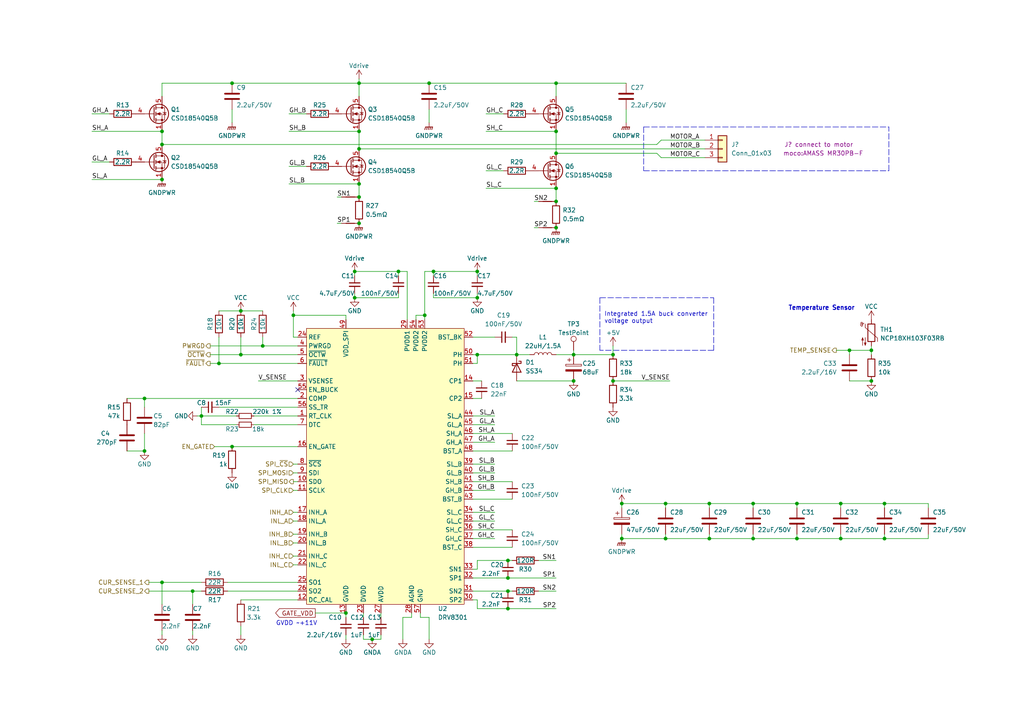
<source format=kicad_sch>
(kicad_sch (version 20211123) (generator eeschema)
  (paper "A4")
  (title_block (title "MoCo") (rev "1.0"))
  (junction (at 218.44 156.21))
  (junction (at 161.29 38.1))
  (junction (at 58.42 120.65))
  (junction (at 138.43 102.87))
  (junction (at 100.33 177.8))
  (junction (at 149.86 102.87))
  (junction (at 231.14 156.21))
  (junction (at 252.73 110.49))
  (junction (at 115.57 78.74))
  (junction (at 177.8 110.49))
  (junction (at 55.88 171.45))
  (junction (at 102.87 86.36))
  (junction (at 46.99 41.91))
  (junction (at 104.14 57.15))
  (junction (at 67.31 24.13))
  (junction (at 46.99 38.1))
  (junction (at 41.91 115.57))
  (junction (at 161.29 58.42))
  (junction (at 123.19 91.44))
  (junction (at 76.2 100.33))
  (junction (at 104.14 64.77))
  (junction (at 104.14 43.18))
  (junction (at 147.32 167.64))
  (junction (at 256.54 156.21))
  (junction (at 124.46 24.13))
  (junction (at 166.37 102.87))
  (junction (at 193.04 156.21))
  (junction (at 125.73 78.74))
  (junction (at 138.43 78.74))
  (junction (at 161.29 24.13))
  (junction (at 161.29 44.45))
  (junction (at 41.91 130.81))
  (junction (at 177.8 102.87))
  (junction (at 147.32 171.45))
  (junction (at 46.99 168.91))
  (junction (at 85.09 91.44))
  (junction (at 166.37 110.49))
  (junction (at 161.29 66.04))
  (junction (at 102.87 78.74))
  (junction (at 161.29 54.61))
  (junction (at 104.14 38.1))
  (junction (at 243.84 146.05))
  (junction (at 138.43 86.36))
  (junction (at 69.85 102.87))
  (junction (at 231.14 146.05))
  (junction (at 218.44 146.05))
  (junction (at 69.85 90.17))
  (junction (at 147.32 176.53))
  (junction (at 67.31 129.54))
  (junction (at 107.95 185.42))
  (junction (at 104.14 53.34))
  (junction (at 243.84 156.21))
  (junction (at 63.5 105.41))
  (junction (at 205.74 146.05))
  (junction (at 180.34 146.05))
  (junction (at 104.14 24.13))
  (junction (at 252.73 101.6))
  (junction (at 46.99 52.07))
  (junction (at 193.04 146.05))
  (junction (at 205.74 156.21))
  (junction (at 246.38 101.6))
  (junction (at 180.34 156.21))
  (junction (at 147.32 162.56))
  (junction (at 256.54 146.05))
  (no_connect (at 86.36 113.03))
  (wire (pts (xy 85.09 161.29) (xy 86.36 161.29)))
  (wire (pts (xy 46.99 38.1) (xy 46.99 41.91)))
  (wire (pts (xy 105.41 185.42) (xy 107.95 185.42)))
  (wire (pts (xy 149.86 97.79) (xy 149.86 102.87)))
  (wire (pts (xy 69.85 173.99) (xy 86.36 173.99)))
  (wire (pts (xy 63.5 97.79) (xy 63.5 105.41)))
  (wire (pts (xy 58.42 118.11) (xy 58.42 120.65)))
  (wire (pts (xy 246.38 101.6) (xy 246.38 102.87)))
  (wire (pts (xy 85.09 91.44) (xy 100.33 91.44)))
  (wire (pts (xy 116.84 179.07) (xy 116.84 185.42)))
  (wire (pts (xy 243.84 146.05) (xy 243.84 147.32)))
  (wire (pts (xy 124.46 179.07) (xy 124.46 185.42)))
  (wire (pts (xy 124.46 24.13) (xy 161.29 24.13)))
  (wire (pts (xy 137.16 105.41) (xy 138.43 105.41)))
  (wire (pts (xy 73.66 120.65) (xy 86.36 120.65)))
  (wire (pts (xy 43.18 171.45) (xy 55.88 171.45)))
  (wire (pts (xy 231.14 154.94) (xy 231.14 156.21)))
  (wire (pts (xy 138.43 165.1) (xy 138.43 162.56)))
  (wire (pts (xy 137.16 167.64) (xy 147.32 167.64)))
  (wire (pts (xy 102.87 80.01) (xy 102.87 78.74)))
  (wire (pts (xy 123.19 91.44) (xy 123.19 92.71)))
  (wire (pts (xy 85.09 148.59) (xy 86.36 148.59)))
  (wire (pts (xy 85.09 139.7) (xy 86.36 139.7)))
  (wire (pts (xy 55.88 184.15) (xy 55.88 182.88)))
  (wire (pts (xy 256.54 146.05) (xy 256.54 147.32)))
  (polyline (pts (xy 207.01 101.6) (xy 173.99 101.6)))
  (wire (pts (xy 143.51 137.16) (xy 137.16 137.16)))
  (wire (pts (xy 269.24 156.21) (xy 269.24 154.94)))
  (wire (pts (xy 218.44 156.21) (xy 218.44 154.94)))
  (wire (pts (xy 85.09 91.44) (xy 85.09 97.79)))
  (wire (pts (xy 76.2 97.79) (xy 76.2 100.33)))
  (wire (pts (xy 137.16 173.99) (xy 138.43 173.99)))
  (wire (pts (xy 231.14 156.21) (xy 218.44 156.21)))
  (wire (pts (xy 115.57 86.36) (xy 115.57 85.09)))
  (wire (pts (xy 85.09 163.83) (xy 86.36 163.83)))
  (wire (pts (xy 118.11 78.74) (xy 115.57 78.74)))
  (wire (pts (xy 46.99 41.91) (xy 190.5 41.91)))
  (wire (pts (xy 147.32 162.56) (xy 148.59 162.56)))
  (wire (pts (xy 256.54 146.05) (xy 269.24 146.05)))
  (wire (pts (xy 252.73 101.6) (xy 252.73 100.33)))
  (wire (pts (xy 41.91 130.81) (xy 41.91 125.73)))
  (wire (pts (xy 83.82 33.02) (xy 88.9 33.02)))
  (wire (pts (xy 115.57 86.36) (xy 102.87 86.36)))
  (wire (pts (xy 104.14 38.1) (xy 104.14 43.18)))
  (wire (pts (xy 143.51 123.19) (xy 137.16 123.19)))
  (wire (pts (xy 231.14 146.05) (xy 243.84 146.05)))
  (wire (pts (xy 125.73 86.36) (xy 138.43 86.36)))
  (wire (pts (xy 149.86 102.87) (xy 153.67 102.87)))
  (wire (pts (xy 41.91 115.57) (xy 86.36 115.57)))
  (wire (pts (xy 120.65 91.44) (xy 123.19 91.44)))
  (wire (pts (xy 140.97 38.1) (xy 161.29 38.1)))
  (polyline (pts (xy 257.81 49.53) (xy 257.81 36.83)))
  (wire (pts (xy 246.38 101.6) (xy 252.73 101.6)))
  (polyline (pts (xy 173.99 86.36) (xy 173.99 101.6)))
  (wire (pts (xy 193.04 156.21) (xy 205.74 156.21)))
  (wire (pts (xy 104.14 24.13) (xy 124.46 24.13)))
  (wire (pts (xy 123.19 78.74) (xy 125.73 78.74)))
  (wire (pts (xy 121.92 179.07) (xy 124.46 179.07)))
  (wire (pts (xy 125.73 86.36) (xy 125.73 85.09)))
  (wire (pts (xy 69.85 90.17) (xy 76.2 90.17)))
  (wire (pts (xy 177.8 100.33) (xy 177.8 102.87)))
  (wire (pts (xy 205.74 156.21) (xy 218.44 156.21)))
  (wire (pts (xy 137.16 102.87) (xy 138.43 102.87)))
  (wire (pts (xy 161.29 24.13) (xy 181.61 24.13)))
  (wire (pts (xy 66.04 168.91) (xy 86.36 168.91)))
  (wire (pts (xy 181.61 35.56) (xy 181.61 31.75)))
  (wire (pts (xy 137.16 97.79) (xy 143.51 97.79)))
  (wire (pts (xy 63.5 105.41) (xy 86.36 105.41)))
  (wire (pts (xy 190.5 44.45) (xy 191.77 45.72)))
  (wire (pts (xy 104.14 53.34) (xy 104.14 57.15)))
  (wire (pts (xy 205.74 146.05) (xy 205.74 147.32)))
  (wire (pts (xy 105.41 185.42) (xy 105.41 184.15)))
  (wire (pts (xy 243.84 156.21) (xy 231.14 156.21)))
  (wire (pts (xy 161.29 102.87) (xy 166.37 102.87)))
  (wire (pts (xy 100.33 185.42) (xy 100.33 184.15)))
  (wire (pts (xy 138.43 176.53) (xy 147.32 176.53)))
  (wire (pts (xy 180.34 146.05) (xy 193.04 146.05)))
  (wire (pts (xy 85.09 90.17) (xy 85.09 91.44)))
  (wire (pts (xy 97.79 57.15) (xy 99.06 57.15)))
  (wire (pts (xy 67.31 129.54) (xy 86.36 129.54)))
  (wire (pts (xy 102.87 85.09) (xy 102.87 86.36)))
  (wire (pts (xy 26.67 46.99) (xy 31.75 46.99)))
  (wire (pts (xy 67.31 35.56) (xy 67.31 31.75)))
  (wire (pts (xy 191.77 45.72) (xy 204.47 45.72)))
  (wire (pts (xy 97.79 64.77) (xy 99.06 64.77)))
  (wire (pts (xy 137.16 153.67) (xy 148.59 153.67)))
  (wire (pts (xy 161.29 44.45) (xy 190.5 44.45)))
  (wire (pts (xy 46.99 168.91) (xy 58.42 168.91)))
  (wire (pts (xy 105.41 179.07) (xy 105.41 177.8)))
  (wire (pts (xy 140.97 54.61) (xy 161.29 54.61)))
  (wire (pts (xy 161.29 176.53) (xy 147.32 176.53)))
  (wire (pts (xy 243.84 154.94) (xy 243.84 156.21)))
  (wire (pts (xy 62.23 129.54) (xy 67.31 129.54)))
  (wire (pts (xy 121.92 177.8) (xy 121.92 179.07)))
  (wire (pts (xy 100.33 91.44) (xy 100.33 92.71)))
  (wire (pts (xy 43.18 168.91) (xy 46.99 168.91)))
  (wire (pts (xy 243.84 156.21) (xy 256.54 156.21)))
  (wire (pts (xy 58.42 120.65) (xy 58.42 123.19)))
  (wire (pts (xy 156.21 162.56) (xy 161.29 162.56)))
  (wire (pts (xy 66.04 171.45) (xy 86.36 171.45)))
  (wire (pts (xy 148.59 144.78) (xy 137.16 144.78)))
  (polyline (pts (xy 186.69 36.83) (xy 186.69 49.53)))
  (wire (pts (xy 166.37 102.87) (xy 177.8 102.87)))
  (wire (pts (xy 104.14 43.18) (xy 204.47 43.18)))
  (wire (pts (xy 161.29 38.1) (xy 161.29 44.45)))
  (wire (pts (xy 60.96 102.87) (xy 69.85 102.87)))
  (wire (pts (xy 193.04 154.94) (xy 193.04 156.21)))
  (wire (pts (xy 161.29 24.13) (xy 161.29 27.94)))
  (wire (pts (xy 125.73 78.74) (xy 138.43 78.74)))
  (wire (pts (xy 69.85 102.87) (xy 86.36 102.87)))
  (wire (pts (xy 180.34 156.21) (xy 193.04 156.21)))
  (wire (pts (xy 143.51 156.21) (xy 137.16 156.21)))
  (wire (pts (xy 85.09 134.62) (xy 86.36 134.62)))
  (wire (pts (xy 76.2 100.33) (xy 86.36 100.33)))
  (wire (pts (xy 73.66 123.19) (xy 86.36 123.19)))
  (wire (pts (xy 256.54 154.94) (xy 256.54 156.21)))
  (wire (pts (xy 143.51 128.27) (xy 137.16 128.27)))
  (wire (pts (xy 138.43 162.56) (xy 147.32 162.56)))
  (wire (pts (xy 60.96 105.41) (xy 63.5 105.41)))
  (wire (pts (xy 104.14 24.13) (xy 104.14 27.94)))
  (wire (pts (xy 231.14 146.05) (xy 231.14 147.32)))
  (wire (pts (xy 143.51 134.62) (xy 137.16 134.62)))
  (wire (pts (xy 83.82 48.26) (xy 88.9 48.26)))
  (wire (pts (xy 190.5 41.91) (xy 191.77 40.64)))
  (wire (pts (xy 180.34 154.94) (xy 180.34 156.21)))
  (wire (pts (xy 107.95 185.42) (xy 110.49 185.42)))
  (wire (pts (xy 85.09 137.16) (xy 86.36 137.16)))
  (wire (pts (xy 69.85 97.79) (xy 69.85 102.87)))
  (polyline (pts (xy 186.69 36.83) (xy 257.81 36.83)))
  (wire (pts (xy 137.16 171.45) (xy 147.32 171.45)))
  (wire (pts (xy 119.38 179.07) (xy 116.84 179.07)))
  (wire (pts (xy 143.51 148.59) (xy 137.16 148.59)))
  (wire (pts (xy 161.29 171.45) (xy 156.21 171.45)))
  (wire (pts (xy 143.51 151.13) (xy 137.16 151.13)))
  (wire (pts (xy 60.96 100.33) (xy 76.2 100.33)))
  (wire (pts (xy 46.99 184.15) (xy 46.99 182.88)))
  (wire (pts (xy 218.44 146.05) (xy 231.14 146.05)))
  (wire (pts (xy 147.32 171.45) (xy 148.59 171.45)))
  (wire (pts (xy 110.49 179.07) (xy 110.49 177.8)))
  (wire (pts (xy 85.09 151.13) (xy 86.36 151.13)))
  (wire (pts (xy 58.42 123.19) (xy 68.58 123.19)))
  (wire (pts (xy 36.83 115.57) (xy 41.91 115.57)))
  (wire (pts (xy 85.09 142.24) (xy 86.36 142.24)))
  (wire (pts (xy 205.74 146.05) (xy 218.44 146.05)))
  (wire (pts (xy 46.99 24.13) (xy 46.99 27.94)))
  (wire (pts (xy 193.04 146.05) (xy 205.74 146.05)))
  (wire (pts (xy 246.38 110.49) (xy 252.73 110.49)))
  (wire (pts (xy 218.44 146.05) (xy 218.44 147.32)))
  (wire (pts (xy 91.44 177.8) (xy 100.33 177.8)))
  (wire (pts (xy 193.04 146.05) (xy 193.04 147.32)))
  (wire (pts (xy 138.43 165.1) (xy 137.16 165.1)))
  (wire (pts (xy 119.38 179.07) (xy 119.38 177.8)))
  (wire (pts (xy 55.88 175.26) (xy 55.88 171.45)))
  (wire (pts (xy 26.67 38.1) (xy 46.99 38.1)))
  (wire (pts (xy 143.51 120.65) (xy 137.16 120.65)))
  (wire (pts (xy 118.11 78.74) (xy 118.11 92.71)))
  (wire (pts (xy 148.59 158.75) (xy 137.16 158.75)))
  (wire (pts (xy 85.09 154.94) (xy 86.36 154.94)))
  (wire (pts (xy 243.84 146.05) (xy 256.54 146.05)))
  (wire (pts (xy 138.43 85.09) (xy 138.43 86.36)))
  (wire (pts (xy 140.97 49.53) (xy 146.05 49.53)))
  (polyline (pts (xy 207.01 86.36) (xy 207.01 101.6)))
  (wire (pts (xy 154.94 66.04) (xy 156.21 66.04)))
  (wire (pts (xy 252.73 101.6) (xy 252.73 102.87)))
  (wire (pts (xy 58.42 120.65) (xy 68.58 120.65)))
  (wire (pts (xy 148.59 97.79) (xy 149.86 97.79)))
  (wire (pts (xy 74.93 110.49) (xy 86.36 110.49)))
  (wire (pts (xy 41.91 130.81) (xy 36.83 130.81)))
  (wire (pts (xy 138.43 80.01) (xy 138.43 78.74)))
  (wire (pts (xy 148.59 130.81) (xy 137.16 130.81)))
  (wire (pts (xy 124.46 35.56) (xy 124.46 31.75)))
  (wire (pts (xy 115.57 78.74) (xy 115.57 80.01)))
  (wire (pts (xy 269.24 147.32) (xy 269.24 146.05)))
  (wire (pts (xy 242.57 101.6) (xy 246.38 101.6)))
  (wire (pts (xy 149.86 110.49) (xy 166.37 110.49)))
  (wire (pts (xy 256.54 156.21) (xy 269.24 156.21)))
  (wire (pts (xy 46.99 175.26) (xy 46.99 168.91)))
  (wire (pts (xy 191.77 40.64) (xy 204.47 40.64)))
  (wire (pts (xy 26.67 52.07) (xy 46.99 52.07)))
  (wire (pts (xy 55.88 171.45) (xy 58.42 171.45)))
  (wire (pts (xy 194.31 110.49) (xy 177.8 110.49)))
  (wire (pts (xy 120.65 92.71) (xy 120.65 91.44)))
  (wire (pts (xy 46.99 24.13) (xy 67.31 24.13)))
  (wire (pts (xy 143.51 142.24) (xy 137.16 142.24)))
  (wire (pts (xy 140.97 33.02) (xy 146.05 33.02)))
  (wire (pts (xy 100.33 179.07) (xy 100.33 177.8)))
  (wire (pts (xy 137.16 139.7) (xy 148.59 139.7)))
  (wire (pts (xy 67.31 24.13) (xy 104.14 24.13)))
  (wire (pts (xy 161.29 54.61) (xy 161.29 58.42)))
  (wire (pts (xy 139.7 115.57) (xy 137.16 115.57)))
  (wire (pts (xy 110.49 185.42) (xy 110.49 184.15)))
  (polyline (pts (xy 186.69 49.53) (xy 257.81 49.53)))
  (wire (pts (xy 41.91 118.11) (xy 41.91 115.57)))
  (wire (pts (xy 63.5 90.17) (xy 69.85 90.17)))
  (wire (pts (xy 139.7 110.49) (xy 137.16 110.49)))
  (wire (pts (xy 57.15 120.65) (xy 58.42 120.65)))
  (wire (pts (xy 83.82 53.34) (xy 104.14 53.34)))
  (wire (pts (xy 154.94 58.42) (xy 156.21 58.42)))
  (wire (pts (xy 138.43 173.99) (xy 138.43 176.53)))
  (wire (pts (xy 166.37 101.6) (xy 166.37 102.87)))
  (wire (pts (xy 138.43 102.87) (xy 149.86 102.87)))
  (wire (pts (xy 69.85 184.15) (xy 69.85 181.61)))
  (polyline (pts (xy 173.99 86.36) (xy 207.01 86.36)))
  (wire (pts (xy 63.5 118.11) (xy 86.36 118.11)))
  (wire (pts (xy 180.34 146.05) (xy 180.34 147.32)))
  (wire (pts (xy 205.74 156.21) (xy 205.74 154.94)))
  (wire (pts (xy 85.09 157.48) (xy 86.36 157.48)))
  (wire (pts (xy 104.14 22.86) (xy 104.14 24.13)))
  (wire (pts (xy 115.57 78.74) (xy 102.87 78.74)))
  (wire (pts (xy 125.73 78.74) (xy 125.73 80.01)))
  (wire (pts (xy 85.09 97.79) (xy 86.36 97.79)))
  (wire (pts (xy 138.43 102.87) (xy 138.43 105.41)))
  (wire (pts (xy 123.19 91.44) (xy 123.19 78.74)))
  (wire (pts (xy 83.82 38.1) (xy 104.14 38.1)))
  (wire (pts (xy 137.16 125.73) (xy 148.59 125.73)))
  (wire (pts (xy 26.67 33.02) (xy 31.75 33.02)))
  (wire (pts (xy 147.32 167.64) (xy 161.29 167.64)))
  (text "Integrated 1.5A buck converter\nvoltage output" (at 175.26 93.98 0) (effects (font (size 1.27 1.27)) (justify left bottom)))
  (text "Temperature Sensor" (at 228.6 90.17 0) (effects (font (size 1.27 1.27) (thickness 0.254) bold) (justify left bottom)))
  (text "GVDD ~+11V" (at 80.01 181.61 0) (effects (font (size 1.27 1.27)) (justify left bottom)))
  (label "GL_A" (at 143.51 123.19 180))
  (label "GL_C" (at 140.97 49.53 0))
  (label "SP2" (at 154.94 66.04 0))
  (label "SH_A" (at 143.51 125.73 180))
  (label "SP2" (at 161.29 176.53 180))
  (label "SH_C" (at 140.97 38.1 0))
  (label "SH_C" (at 143.51 153.67 180))
  (label "MOTOR_A" (at 194.31 40.64 0))
  (label "MOTOR_B" (at 194.31 43.18 0))
  (label "SH_A" (at 26.67 38.1 0))
  (label "GL_B" (at 83.82 48.26 0))
  (label "SH_B" (at 83.82 38.1 0))
  (label "SL_C" (at 140.97 54.61 0))
  (label "GL_B" (at 143.51 137.16 180))
  (label "GH_A" (at 143.51 128.27 180))
  (label "SL_C" (at 143.51 148.59 180))
  (label "V_SENSE" (at 194.31 110.49 180))
  (label "GH_B" (at 143.51 142.24 180))
  (label "V_SENSE" (at 74.93 110.49 0))
  (label "SL_A" (at 26.67 52.07 0))
  (label "GH_B" (at 83.82 33.02 0))
  (label "GL_A" (at 26.67 46.99 0))
  (label "SL_B" (at 143.51 134.62 180))
  (label "SL_B" (at 83.82 53.34 0))
  (label "SP1" (at 97.79 64.77 0))
  (label "SN2" (at 161.29 171.45 180))
  (label "SL_A" (at 143.51 120.65 180))
  (label "GH_A" (at 26.67 33.02 0))
  (label "SH_B" (at 143.51 139.7 180))
  (label "SN1" (at 161.29 162.56 180))
  (label "SN2" (at 154.94 58.42 0))
  (label "GH_C" (at 143.51 156.21 180))
  (label "GL_C" (at 143.51 151.13 180))
  (label "MOTOR_C" (at 194.31 45.72 0))
  (label "SP1" (at 161.29 167.64 180))
  (label "GH_C" (at 140.97 33.02 0))
  (label "SN1" (at 97.79 57.15 0))
  (global_label "GATE_VDD" (shape output) (at 91.44 177.8 180) (property "Intersheet References" "${INTERSHEET_REFS}" (effects hide)))
  (hierarchical_label "CUR_SENSE_2" (shape output) (at 43.18 171.45 180))
  (hierarchical_label "INH_B" (shape input) (at 85.09 154.94 180))
  (hierarchical_label "INH_C" (shape input) (at 85.09 161.29 180))
  (hierarchical_label "INL_B" (shape input) (at 85.09 157.48 180))
  (hierarchical_label "SPI_CLK" (shape input) (at 85.09 142.24 180))
  (hierarchical_label "EN_GATE" (shape input) (at 62.23 129.54 180))
  (hierarchical_label "INL_C" (shape input) (at 85.09 163.83 180))
  (hierarchical_label "INL_A" (shape input) (at 85.09 151.13 180))
  (hierarchical_label "~{FAULT}" (shape output) (at 60.96 105.41 180))
  (hierarchical_label "SPI_MISO" (shape output) (at 85.09 139.7 180))
  (hierarchical_label "PWRGD" (shape output) (at 60.96 100.33 180))
  (hierarchical_label "SPI_MOSI" (shape input) (at 85.09 137.16 180))
  (hierarchical_label "TEMP_SENSE" (shape output) (at 242.57 101.6 180))
  (hierarchical_label "SPI_~{CS}" (shape input) (at 85.09 134.62 180))
  (hierarchical_label "~{OCTW}" (shape output) (at 60.96 102.87 180))
  (hierarchical_label "CUR_SENSE_1" (shape output) (at 43.18 168.91 180))
  (hierarchical_label "INH_A" (shape input) (at 85.09 148.59 180))
  (symbol (lib_id "power:VCC") (at 69.85 90.17 0) (unit 1)
    (property "Reference" "#PWR034" (effects hide))
    (property "Value" "VCC" (at 69.85 86.36 0))
  )
  (symbol (lib_id "Device:R") (at 252.73 106.68 180) (unit 1)
    (property "Reference" "R35" (at 256.54 105.41 0))
    (property "Value" "10k" (at 256.54 107.95 0))
    (property "Footprint" "Resistor_SMD:R_0402_1005Metric" (effects hide))
    (property "JLCPCB Part #" "C25744" (effects hide))
    (property "MFR.Part #" "0402WGF1002TCE" (effects hide))
    (property "Basic Part" "Y" (effects hide))
  )
  (symbol (lib_id "Device:C") (at 231.14 151.13 0) (unit 1)
    (property "Reference" "C31" (at 232.41 148.59 0) (effects (justify left)))
    (property "Value" "22uF/50V" (at 232.41 153.67 0) (effects (justify left)))
    (property "Footprint" "Capacitor_SMD:C_1210_3225Metric_Pad1.33x2.70mm_HandSolder" (effects hide))
    (property "Basic Part" "Y" (effects hide))
  )
  (symbol (lib_id "Connector_Generic:Conn_01x03") (at 209.55 43.18 0) (unit 1)
    (property "Reference" "J?" (at 212.09 41.9099 0) (effects (justify left)))
    (property "Value" "Conn_01x03" (at 212.09 44.4499 0) (effects (justify left)))
    (property "Footprint" "moco:AMASS MR30PB-F" (at 238.76 44.45 0))
    (property "Note" "${REFERENCE} connect to motor" (at 237.49 41.91 0))
    (property "MFR.Part #" "MR30PB-F" (effects hide))
    (property "Basic Part" "N" (effects hide))
  )
  (symbol (lib_id "power:GND") (at 46.99 184.15 0) (unit 1)
    (property "Reference" "#PWR029" (effects hide))
    (property "Value" "GND" (at 46.99 187.96 0))
  )
  (symbol (lib_id "Device:C") (at 205.74 151.13 0) (unit 1)
    (property "Reference" "C29" (at 207.01 148.59 0) (effects (justify left)))
    (property "Value" "22uF/50V" (at 207.01 153.67 0) (effects (justify left)))
    (property "Footprint" "Capacitor_SMD:C_1210_3225Metric_Pad1.33x2.70mm_HandSolder" (effects hide))
    (property "Basic Part" "Y" (effects hide))
  )
  (symbol (lib_id "power:GND") (at 69.85 184.15 0) (unit 1)
    (property "Reference" "#PWR035" (effects hide))
    (property "Value" "GND" (at 69.85 187.96 0))
  )
  (symbol (lib_id "power:GND") (at 57.15 120.65 270) (unit 1)
    (property "Reference" "#PWR031" (effects hide))
    (property "Value" "GND" (at 54.61 120.65 90) (effects (justify right)))
  )
  (symbol (lib_id "power:GNDPWR") (at 161.29 66.04 0) (unit 1)
    (property "Reference" "#PWR048" (effects hide))
    (property "Value" "GNDPWR" (at 161.29 69.85 0))
  )
  (symbol (lib_id "power:Vdrive") (at 138.43 78.74 0) (unit 1)
    (property "Reference" "#PWR046" (effects hide))
    (property "Value" "Vdrive" (at 138.43 74.93 0))
  )
  (symbol (lib_id "power:GNDPWR") (at 124.46 35.56 0) (unit 1)
    (property "Reference" "#PWR044" (effects hide))
    (property "Value" "GNDPWR" (at 124.46 39.37 0))
  )
  (symbol (lib_id "Device:C_Small") (at 146.05 97.79 90) (unit 1)
    (property "Reference" "C19" (at 146.0563 91.44 90))
    (property "Value" "100nF/50V" (at 146.0563 93.98 90))
    (property "Footprint" "Capacitor_SMD:C_0603_1608Metric" (effects hide))
    (property "JLCPCB Part #" "C14663" (effects hide))
    (property "MFR.Part #" "CC0603KRX7R9BB104" (effects hide))
    (property "Basic Part" "Y" (effects hide))
  )
  (symbol (lib_id "power:+5V") (at 177.8 100.33 0) (unit 1)
    (property "Reference" "#PWR050" (effects hide))
    (property "Value" "+5V" (at 177.8 96.52 0))
  )
  (symbol (lib_id "Device:L") (at 157.48 102.87 90) (unit 1)
    (property "Reference" "L1" (at 157.48 97.79 90))
    (property "Value" "22uH/1.5A" (at 157.48 100.33 90))
    (property "Footprint" "Inductor_SMD:L_Bourns-SRN8040_8x8.15mm" (effects hide))
    (property "JLCPCB Part #" "C354640" (effects hide))
    (property "MFR.Part #" "CKCS8040-22uH/M" (effects hide))
    (property "Basic Part" "N" (effects hide))
  )
  (symbol (lib_id "Device:R") (at 69.85 177.8 180) (unit 1)
    (property "Reference" "R21" (at 73.66 176.53 0))
    (property "Value" "3.3k" (at 73.66 179.07 0))
    (property "Footprint" "Resistor_SMD:R_0402_1005Metric" (effects hide))
    (property "JLCPCB Part #" "C25890" (effects hide))
    (property "MFR.Part #" "0402WGF3301TCE" (effects hide))
    (property "Basic Part" "Y" (effects hide))
  )
  (symbol (lib_id "Device:C_Small") (at 102.87 82.55 0) (mirror y) (unit 1)
    (property "Reference" "C11" (at 102.87 80.01 0) (effects (justify left)))
    (property "Value" "4.7uF/50V" (at 102.87 85.09 0) (effects (justify left)))
    (property "Footprint" "Capacitor_SMD:C_1206_3216Metric" (effects hide))
    (property "JLCPCB Part #" "C29823" (effects hide))
    (property "MFR.Part #" "1206B475K500NT" (effects hide))
    (property "Basic Part" "Y" (effects hide))
  )
  (symbol (lib_id "Device:R") (at 69.85 93.98 180) (unit 1)
    (property "Reference" "R20" (at 67.31 93.98 90))
    (property "Value" "10k" (at 69.85 93.98 90))
    (property "Footprint" "Resistor_SMD:R_0402_1005Metric" (effects hide))
    (property "JLCPCB Part #" "C25744" (effects hide))
    (property "MFR.Part #" "0402WGF1002TCE" (effects hide))
    (property "Basic Part" "Y" (effects hide))
  )
  (symbol (lib_id "Device:C_Small") (at 105.41 181.61 0) (unit 1)
    (property "Reference" "C12" (at 101.6 179.07 0) (effects (justify left)))
    (property "Value" "1uF" (at 101.6 184.15 0) (effects (justify left)))
    (property "Footprint" "Capacitor_SMD:C_0402_1005Metric" (effects hide))
    (property "JLCPCB Part #" "C52923" (effects hide))
    (property "MFR.Part #" "CL05A105KA5NQNC" (effects hide))
    (property "Basic Part" "Y" (effects hide))
  )
  (symbol (lib_id "power:Vdrive") (at 180.34 146.05 0) (unit 1)
    (property "Reference" "#PWR052" (effects hide))
    (property "Value" "Vdrive" (at 180.34 142.24 0))
  )
  (symbol (lib_id "Device:R") (at 177.8 106.68 180) (unit 1)
    (property "Reference" "R33" (at 181.61 105.41 0))
    (property "Value" "18k" (at 181.61 107.95 0))
    (property "Footprint" "Resistor_SMD:R_0402_1005Metric" (effects hide))
    (property "JLCPCB Part #" "C25762" (effects hide))
    (property "MFR.Part #" "0402WGF1802TCE" (effects hide))
    (property "Basic Part" "Y" (effects hide))
  )
  (symbol (lib_id "Connector:TestPoint") (at 166.37 101.6 0) (unit 1) (in_bom no)
    (property "Reference" "TP3" (at 166.37 93.98 0))
    (property "Value" "TestPoint" (at 166.37 96.52 0))
    (property "Footprint" "TestPoint:TestPoint_Pad_D2.0mm" (effects hide))
  )
  (symbol (lib_id "Device:C") (at 67.31 27.94 0) (unit 1)
    (property "Reference" "C9" (at 68.58 25.4 0) (effects (justify left)))
    (property "Value" "2.2uF/50V" (at 68.58 30.48 0) (effects (justify left)))
    (property "Footprint" "Capacitor_SMD:C_1206_3216Metric" (effects hide))
    (property "JLCPCB Part #" "C50254" (effects hide))
    (property "MFR.Part #" "CL31B225KBHNNNE" (effects hide))
    (property "Basic Part" "Y" (effects hide))
  )
  (symbol (lib_id "power:GND") (at 252.73 110.49 0) (unit 1)
    (property "Reference" "#PWR056" (effects hide))
    (property "Value" "GND" (at 252.73 114.3 0))
  )
  (symbol (lib_id "Device:R") (at 92.71 48.26 270) (unit 1)
    (property "Reference" "R26" (at 92.71 45.72 90))
    (property "Value" "2.2R" (at 92.71 48.26 90))
    (property "Footprint" "Resistor_SMD:R_0603_1608Metric" (effects hide))
    (property "JLCPCB Part #" "C22939" (effects hide))
    (property "MFR.Part #" "0603WAF220KT5E" (effects hide))
    (property "Basic Part" "Y" (effects hide))
  )
  (symbol (lib_id "power:GNDPWR") (at 180.34 156.21 0) (unit 1)
    (property "Reference" "#PWR053" (effects hide))
    (property "Value" "GNDPWR" (at 180.34 160.02 0))
  )
  (symbol (lib_id "Device:C") (at 218.44 151.13 0) (unit 1)
    (property "Reference" "C30" (at 219.71 148.59 0) (effects (justify left)))
    (property "Value" "22uF/50V" (at 219.71 153.67 0) (effects (justify left)))
    (property "Footprint" "Capacitor_SMD:C_1210_3225Metric_Pad1.33x2.70mm_HandSolder" (effects hide))
    (property "Basic Part" "Y" (effects hide))
  )
  (symbol (lib_id "Device:R") (at 63.5 93.98 180) (unit 1)
    (property "Reference" "R18" (at 60.96 93.98 90))
    (property "Value" "10k" (at 63.5 93.98 90))
    (property "Footprint" "Resistor_SMD:R_0402_1005Metric" (effects hide))
    (property "JLCPCB Part #" "C25744" (effects hide))
    (property "MFR.Part #" "0402WGF1002TCE" (effects hide))
    (property "Basic Part" "Y" (effects hide))
  )
  (symbol (lib_id "power:GND") (at 41.91 130.81 0) (unit 1)
    (property "Reference" "#PWR027" (effects hide))
    (property "Value" "GND" (at 41.91 134.62 0))
  )
  (symbol (lib_id "power:GNDA") (at 107.95 185.42 0) (unit 1)
    (property "Reference" "#PWR042" (effects hide))
    (property "Value" "GNDA" (at 107.95 189.23 0))
  )
  (symbol (lib_id "Device:C") (at 256.54 151.13 0) (unit 1)
    (property "Reference" "C34" (at 257.81 148.59 0) (effects (justify left)))
    (property "Value" "22uF/50V" (at 257.81 153.67 0) (effects (justify left)))
    (property "Footprint" "Capacitor_SMD:C_1210_3225Metric_Pad1.33x2.70mm_HandSolder" (effects hide))
    (property "Basic Part" "Y" (effects hide))
  )
  (symbol (lib_id "Device:C_Small") (at 138.43 82.55 0) (unit 1)
    (property "Reference" "C17" (at 138.43 80.01 0) (effects (justify left)))
    (property "Value" "4.7uF/50V" (at 138.43 85.09 0) (effects (justify left)))
    (property "Footprint" "Capacitor_SMD:C_1206_3216Metric" (effects hide))
    (property "JLCPCB Part #" "C29823" (effects hide))
    (property "MFR.Part #" "1206B475K500NT" (effects hide))
    (property "Basic Part" "Y" (effects hide))
  )
  (symbol (lib_id "Device:C") (at 124.46 27.94 0) (unit 1)
    (property "Reference" "C15" (at 125.73 25.4 0) (effects (justify left)))
    (property "Value" "2.2uF/50V" (at 125.73 30.48 0) (effects (justify left)))
    (property "Footprint" "Capacitor_SMD:C_1206_3216Metric" (effects hide))
    (property "JLCPCB Part #" "C50254" (effects hide))
    (property "MFR.Part #" "CL31B225KBHNNNE" (effects hide))
    (property "Basic Part" "Y" (effects hide))
  )
  (symbol (lib_id "Device:R_Small") (at 71.12 120.65 90) (unit 1)
    (property "Reference" "R22" (at 67.31 119.38 90))
    (property "Value" "220k 1%" (at 77.47 119.38 90))
    (property "Footprint" "Resistor_SMD:R_0402_1005Metric" (effects hide))
    (property "JLCPCB Part #" "C25767" (effects hide))
    (property "MFR.Part #" "0402WGF2203TCE" (effects hide))
    (property "Basic Part" "Y" (effects hide))
  )
  (symbol (lib_id "Device:C_Small") (at 147.32 173.99 0) (unit 1)
    (property "Reference" "C21" (at 142.24 172.72 0) (effects (justify left)))
    (property "Value" "2.2nF" (at 139.7 175.26 0) (effects (justify left)))
    (property "Footprint" "Capacitor_SMD:C_0603_1608Metric" (effects hide))
    (property "JLCPCB Part #" "C1604" (effects hide))
    (property "MFR.Part #" "0603B222K500NT" (effects hide))
    (property "Basic Part" "Y" (effects hide))
  )
  (symbol (lib_id "Diode:MBR340") (at 149.86 106.68 270) (unit 1)
    (property "Reference" "D1" (at 152.4 105.0924 90) (effects (justify left)))
    (property "Value" "SS34" (at 152.4 107.6324 90) (effects (justify left)))
    (property "Footprint" "Diode_SMD:D_SMA" (effects hide))
    (property "JLCPCB Part #" "C8678" (effects hide))
    (property "MFR.Part #" "SS34" (effects hide))
    (property "Basic Part" "Y" (effects hide))
  )
  (symbol (lib_id "power:Vdrive") (at 104.14 22.86 0) (unit 1)
    (property "Reference" "#PWR040" (effects hide))
    (property "Value" "Vdrive" (at 104.14 19.05 0))
  )
  (symbol (lib_id "Device:C_Small") (at 148.59 128.27 0) (unit 1)
    (property "Reference" "C22" (at 151.13 127.0062 0) (effects (justify left)))
    (property "Value" "100nF/50V" (at 151.13 129.5462 0) (effects (justify left)))
    (property "Footprint" "Capacitor_SMD:C_0603_1608Metric" (effects hide))
    (property "JLCPCB Part #" "C14663" (effects hide))
    (property "MFR.Part #" "CC0603KRX7R9BB104" (effects hide))
    (property "Basic Part" "Y" (effects hide))
  )
  (symbol (lib_id "power:GND") (at 102.87 86.36 0) (mirror y) (unit 1)
    (property "Reference" "#PWR039" (effects hide))
    (property "Value" "GND" (at 102.87 90.17 0))
  )
  (symbol (lib_id "power:GND") (at 55.88 184.15 0) (unit 1)
    (property "Reference" "#PWR030" (effects hide))
    (property "Value" "GND" (at 55.88 187.96 0))
  )
  (symbol (lib_id "Device:C_Small") (at 115.57 82.55 0) (mirror y) (unit 1)
    (property "Reference" "C14" (at 115.57 80.01 0) (effects (justify left)))
    (property "Value" "100nF/50V" (at 115.57 85.09 0) (effects (justify left)))
    (property "Footprint" "Capacitor_SMD:C_0603_1608Metric" (effects hide))
    (property "JLCPCB Part #" "C14663" (effects hide))
    (property "MFR.Part #" "CC0603KRX7R9BB104" (effects hide))
    (property "Basic Part" "Y" (effects hide))
  )
  (symbol (lib_id "Device:R") (at 152.4 171.45 90) (unit 1)
    (property "Reference" "R31" (at 152.4 173.99 90))
    (property "Value" "120R" (at 152.4 171.45 90))
    (property "Footprint" "Resistor_SMD:R_0402_1005Metric" (effects hide))
    (property "JLCPCB Part #" "C25079" (effects hide))
    (property "MFR.Part #" "0402WGF1200TCE" (effects hide))
    (property "Basic Part" "Y" (effects hide))
  )
  (symbol (lib_id "Device:C_Small") (at 110.49 181.61 0) (unit 1)
    (property "Reference" "C13" (at 106.68 179.07 0) (effects (justify left)))
    (property "Value" "1uF" (at 106.68 184.15 0) (effects (justify left)))
    (property "Footprint" "Capacitor_SMD:C_0402_1005Metric" (effects hide))
    (property "JLCPCB Part #" "C52923" (effects hide))
    (property "MFR.Part #" "CL05A105KA5NQNC" (effects hide))
    (property "Basic Part" "Y" (effects hide))
  )
  (symbol (lib_id "power:Vdrive") (at 102.87 78.74 0) (mirror y) (unit 1)
    (property "Reference" "#PWR038" (effects hide))
    (property "Value" "Vdrive" (at 102.87 74.93 0))
  )
  (symbol (lib_id "Transistor_FET:CSD18540Q5B") (at 101.6 33.02 0) (unit 1)
    (property "Reference" "Q3" (at 106.68 31.75 0) (effects (justify left)))
    (property "Value" "CSD18540Q5B" (at 106.68 34.29 0) (effects (justify left)))
    (property "Footprint" "Package_TO_SOT_SMD:TDSON-8-1" (effects hide))
    (property "Datasheet" "http://www.ti.com/lit/gpn/csd18540q5b" (effects hide))
    (property "JLCPCB Part #" "C86513" (effects hide))
    (property "MFR.Part #" "CSD18540Q5B" (effects hide))
    (property "Basic Part" "N" (effects hide))
  )
  (symbol (lib_id "power:GNDA") (at 116.84 185.42 0) (unit 1)
    (property "Reference" "#PWR043" (effects hide))
    (property "Value" "GNDA" (at 116.84 189.23 0))
  )
  (symbol (lib_id "Device:C") (at 41.91 121.92 0) (unit 1)
    (property "Reference" "C5" (at 44.45 120.65 0) (effects (justify left)))
    (property "Value" "82pF" (at 44.45 123.19 0) (effects (justify left)))
    (property "Footprint" "Capacitor_SMD:C_0402_1005Metric" (effects hide))
    (property "JLCPCB Part #" "C107011" (effects hide))
    (property "MFR.Part #" "CC0402JRNPO9BN820" (effects hide))
    (property "Basic Part" "N" (effects hide))
  )
  (symbol (lib_id "moco:DRV8301") (at 113.03 137.16 0) (unit 1)
    (property "Reference" "U2" (at 127 176.53 0) (effects (justify left)))
    (property "Value" "DRV8301" (at 127 179.07 0) (effects (justify left)))
    (property "Footprint" "Package_SO:HTSSOP-56-1EP_6.1x14mm_P0.5mm_EP3.61x6.35mm" (effects hide))
    (property "JLCPCB Part #" "C98969" (effects hide))
    (property "MFR.Part #" "DRV8301DCAR" (effects hide))
    (property "Basic Part" "N" (effects hide))
  )
  (symbol (lib_id "Transistor_FET:CSD18540Q5B") (at 158.75 33.02 0) (unit 1)
    (property "Reference" "Q5" (at 163.83 31.75 0) (effects (justify left)))
    (property "Value" "CSD18540Q5B" (at 163.83 34.29 0) (effects (justify left)))
    (property "Footprint" "Package_TO_SOT_SMD:TDSON-8-1" (effects hide))
    (property "Datasheet" "http://www.ti.com/lit/gpn/csd18540q5b" (effects hide))
    (property "JLCPCB Part #" "C86513" (effects hide))
    (property "MFR.Part #" "CSD18540Q5B" (effects hide))
    (property "Basic Part" "N" (effects hide))
  )
  (symbol (lib_id "Device:R_Small") (at 71.12 123.19 90) (unit 1)
    (property "Reference" "R23" (at 67.31 124.46 90))
    (property "Value" "18k" (at 74.93 124.46 90))
    (property "Footprint" "Resistor_SMD:R_0402_1005Metric" (effects hide))
    (property "JLCPCB Part #" "C25762" (effects hide))
    (property "MFR.Part #" "0402WGF1802TCE" (effects hide))
    (property "Basic Part" "Y" (effects hide))
  )
  (symbol (lib_id "Device:C") (at 246.38 106.68 0) (unit 1)
    (property "Reference" "C33" (at 238.76 105.41 0) (effects (justify left)))
    (property "Value" "2.2uF/16V" (at 232.41 107.95 0) (effects (justify left)))
    (property "Footprint" "Capacitor_SMD:C_0402_1005Metric" (effects hide))
    (property "JLCPCB Part #" "C501836" (effects hide))
    (property "MFR.Part #" "0402X225K160NT" (effects hide))
    (property "Basic Part" "N" (effects hide))
  )
  (symbol (lib_id "Device:C_Small") (at 147.32 165.1 0) (unit 1)
    (property "Reference" "C20" (at 142.24 163.83 0) (effects (justify left)))
    (property "Value" "2.2nF" (at 139.7 166.37 0) (effects (justify left)))
    (property "Footprint" "Capacitor_SMD:C_0603_1608Metric" (effects hide))
    (property "JLCPCB Part #" "C1604" (effects hide))
    (property "MFR.Part #" "0603B222K500NT" (effects hide))
    (property "Basic Part" "Y" (effects hide))
  )
  (symbol (lib_id "Transistor_FET:CSD18540Q5B") (at 158.75 49.53 0) (unit 1)
    (property "Reference" "Q6" (at 163.83 48.26 0) (effects (justify left)))
    (property "Value" "CSD18540Q5B" (at 163.83 50.8 0) (effects (justify left)))
    (property "Footprint" "Package_TO_SOT_SMD:TDSON-8-1" (effects hide))
    (property "Datasheet" "http://www.ti.com/lit/gpn/csd18540q5b" (effects hide))
    (property "JLCPCB Part #" "C86513" (effects hide))
    (property "MFR.Part #" "CSD18540Q5B" (effects hide))
    (property "Basic Part" "N" (effects hide))
  )
  (symbol (lib_id "Device:R") (at 161.29 62.23 0) (unit 1)
    (property "Reference" "R32" (at 165.1 60.96 0))
    (property "Value" "0.5mΩ" (at 166.37 63.5 0))
    (property "Footprint" "Resistor_SMD:R_2512_6332Metric" (effects hide))
    (property "JLCPCB Part #" "C469426" (effects hide))
    (property "MFR.Part #" "ASR-M-3-0.5F" (effects hide))
    (property "Basic Part" "N" (effects hide))
  )
  (symbol (lib_id "Device:C") (at 46.99 179.07 0) (unit 1)
    (property "Reference" "C6" (at 46.99 176.53 0) (effects (justify left)))
    (property "Value" "2.2nF" (at 46.99 181.61 0) (effects (justify left)))
    (property "Footprint" "Capacitor_SMD:C_0603_1608Metric" (effects hide))
    (property "JLCPCB Part #" "C1604" (effects hide))
    (property "MFR.Part #" "0603B222K500NT" (effects hide))
    (property "Basic Part" "Y" (effects hide))
  )
  (symbol (lib_id "Device:R") (at 35.56 46.99 270) (unit 1)
    (property "Reference" "R14" (at 35.56 44.45 90))
    (property "Value" "2.2R" (at 35.56 46.99 90))
    (property "Footprint" "Resistor_SMD:R_0603_1608Metric" (effects hide))
    (property "JLCPCB Part #" "C22939" (effects hide))
    (property "MFR.Part #" "0603WAF220KT5E" (effects hide))
    (property "Basic Part" "Y" (effects hide))
  )
  (symbol (lib_id "Device:R") (at 149.86 33.02 270) (unit 1)
    (property "Reference" "R28" (at 149.86 30.48 90))
    (property "Value" "2.2R" (at 149.86 33.02 90))
    (property "Footprint" "Resistor_SMD:R_0603_1608Metric" (effects hide))
    (property "JLCPCB Part #" "C22939" (effects hide))
    (property "MFR.Part #" "0603WAF220KT5E" (effects hide))
    (property "Basic Part" "Y" (effects hide))
  )
  (symbol (lib_id "power:GND") (at 124.46 185.42 0) (unit 1)
    (property "Reference" "#PWR045" (effects hide))
    (property "Value" "GND" (at 124.46 189.23 0))
  )
  (symbol (lib_id "power:GND") (at 166.37 110.49 0) (unit 1)
    (property "Reference" "#PWR049" (effects hide))
    (property "Value" "GND" (at 166.37 114.3 0))
  )
  (symbol (lib_id "Device:C") (at 193.04 151.13 0) (unit 1)
    (property "Reference" "C28" (at 194.31 148.59 0) (effects (justify left)))
    (property "Value" "22uF/50V" (at 194.31 153.67 0) (effects (justify left)))
    (property "Footprint" "Capacitor_SMD:C_1210_3225Metric_Pad1.33x2.70mm_HandSolder" (effects hide))
    (property "Basic Part" "Y" (effects hide))
  )
  (symbol (lib_id "Device:C_Polarized") (at 180.34 151.13 0) (unit 1)
    (property "Reference" "C26" (at 181.61 148.59 0) (effects (justify left)))
    (property "Value" "47uF/50V" (at 181.61 153.67 0) (effects (justify left)))
    (property "Footprint" "Capacitor_SMD:CP_Elec_6.3x7.7" (effects hide))
    (property "JLCPCB Part #" "C108053" (effects hide))
    (property "MFR.Part #" "VES470M1HTR-0607" (effects hide))
    (property "Basic Part" "N" (effects hide))
  )
  (symbol (lib_id "Transistor_FET:CSD18540Q5B") (at 101.6 48.26 0) (unit 1)
    (property "Reference" "Q4" (at 106.68 46.99 0) (effects (justify left)))
    (property "Value" "CSD18540Q5B" (at 106.68 49.53 0) (effects (justify left)))
    (property "Footprint" "Package_TO_SOT_SMD:TDSON-8-1" (effects hide))
    (property "Datasheet" "http://www.ti.com/lit/gpn/csd18540q5b" (effects hide))
    (property "JLCPCB Part #" "C86513" (effects hide))
    (property "MFR.Part #" "CSD18540Q5B" (effects hide))
    (property "Basic Part" "N" (effects hide))
  )
  (symbol (lib_id "Device:C_Small") (at 60.96 118.11 90) (unit 1)
    (property "Reference" "C8" (at 58.42 116.84 90))
    (property "Value" "15nF" (at 64.77 116.84 90))
    (property "Footprint" "Capacitor_SMD:C_0402_1005Metric" (effects hide))
    (property "JLCPCB Part #" "C114405" (effects hide))
    (property "MFR.Part #" "CC0402KRX7R9BB153" (effects hide))
    (property "Basic Part" "N" (effects hide))
  )
  (symbol (lib_id "Device:C_Small") (at 148.59 142.24 0) (unit 1)
    (property "Reference" "C23" (at 151.13 140.9762 0) (effects (justify left)))
    (property "Value" "100nF/50V" (at 151.13 143.5162 0) (effects (justify left)))
    (property "Footprint" "Capacitor_SMD:C_0603_1608Metric" (effects hide))
    (property "JLCPCB Part #" "C14663" (effects hide))
    (property "MFR.Part #" "CC0603KRX7R9BB104" (effects hide))
    (property "Basic Part" "Y" (effects hide))
  )
  (symbol (lib_id "Device:NetTie_2") (at 158.75 66.04 0) (unit 1) (in_bom no)
    (property "Reference" "NT4" (effects hide))
    (property "Value" "NetTie_2" (effects hide))
    (property "Footprint" "NetTie:NetTie-2_SMD_Pad0.5mm" (effects hide))
  )
  (symbol (lib_id "Device:NetTie_2") (at 158.75 58.42 0) (unit 1) (in_bom no)
    (property "Reference" "NT3" (effects hide))
    (property "Value" "NetTie_2" (effects hide))
    (property "Footprint" "NetTie:NetTie-2_SMD_Pad0.5mm" (effects hide))
  )
  (symbol (lib_id "Device:C") (at 269.24 151.13 0) (unit 1)
    (property "Reference" "C35" (at 270.51 148.59 0) (effects (justify left)))
    (property "Value" "22uF/50V" (at 270.51 153.67 0) (effects (justify left)))
    (property "Footprint" "Capacitor_SMD:C_1210_3225Metric_Pad1.33x2.70mm_HandSolder" (effects hide))
    (property "Basic Part" "Y" (effects hide))
  )
  (symbol (lib_id "power:GNDPWR") (at 67.31 35.56 0) (unit 1)
    (property "Reference" "#PWR032" (effects hide))
    (property "Value" "GNDPWR" (at 67.31 39.37 0))
  )
  (symbol (lib_id "Device:NetTie_2") (at 101.6 57.15 0) (unit 1) (in_bom no)
    (property "Reference" "NT1" (effects hide))
    (property "Value" "NetTie_2" (effects hide))
    (property "Footprint" "NetTie:NetTie-2_SMD_Pad0.5mm" (effects hide))
  )
  (symbol (lib_id "Device:C") (at 36.83 127 0) (unit 1)
    (property "Reference" "C4" (at 29.21 125.73 0) (effects (justify left)))
    (property "Value" "270pF" (at 27.94 128.27 0) (effects (justify left)))
    (property "Footprint" "Capacitor_SMD:C_0402_1005Metric" (effects hide))
    (property "JLCPCB Part #" "C524551" (effects hide))
    (property "MFR.Part #" "GCM1555C1H271JA16D" (effects hide))
    (property "Basic Part" "N" (effects hide))
  )
  (symbol (lib_id "Device:C_Small") (at 125.73 82.55 0) (unit 1)
    (property "Reference" "C16" (at 125.73 80.01 0) (effects (justify left)))
    (property "Value" "100nF/50V" (at 125.73 85.09 0) (effects (justify left)))
    (property "Footprint" "Capacitor_SMD:C_0603_1608Metric" (effects hide))
    (property "JLCPCB Part #" "C14663" (effects hide))
    (property "MFR.Part #" "CC0603KRX7R9BB104" (effects hide))
    (property "Basic Part" "Y" (effects hide))
  )
  (symbol (lib_id "Device:NetTie_2") (at 101.6 64.77 0) (unit 1) (in_bom no)
    (property "Reference" "NT2" (effects hide))
    (property "Value" "NetTie_2" (effects hide))
    (property "Footprint" "NetTie:NetTie-2_SMD_Pad0.5mm" (effects hide))
  )
  (symbol (lib_id "Device:C") (at 55.88 179.07 0) (unit 1)
    (property "Reference" "C7" (at 55.88 176.53 0) (effects (justify left)))
    (property "Value" "2.2nF" (at 55.88 181.61 0) (effects (justify left)))
    (property "Footprint" "Capacitor_SMD:C_0603_1608Metric" (effects hide))
    (property "JLCPCB Part #" "C1604" (effects hide))
    (property "MFR.Part #" "0603B222K500NT" (effects hide))
    (property "Basic Part" "Y" (effects hide))
  )
  (symbol (lib_id "Device:R") (at 92.71 33.02 270) (unit 1)
    (property "Reference" "R25" (at 92.71 30.48 90))
    (property "Value" "2.2R" (at 92.71 33.02 90))
    (property "Footprint" "Resistor_SMD:R_0603_1608Metric" (effects hide))
    (property "JLCPCB Part #" "C22939" (effects hide))
    (property "MFR.Part #" "0603WAF220KT5E" (effects hide))
    (property "Basic Part" "Y" (effects hide))
  )
  (symbol (lib_id "Device:R") (at 62.23 168.91 270) (unit 1)
    (property "Reference" "R16" (at 62.23 166.37 90))
    (property "Value" "22R" (at 62.23 168.91 90))
    (property "Footprint" "Resistor_SMD:R_0402_1005Metric" (effects hide))
    (property "JLCPCB Part #" "C25092" (effects hide))
    (property "MFR.Part #" "0402WGF220JTCE" (effects hide))
    (property "Basic Part" "Y" (effects hide))
  )
  (symbol (lib_id "Device:R") (at 76.2 93.98 180) (unit 1)
    (property "Reference" "R24" (at 73.66 93.98 90))
    (property "Value" "10k" (at 76.2 93.98 90))
    (property "Footprint" "Resistor_SMD:R_0402_1005Metric" (effects hide))
    (property "JLCPCB Part #" "C25744" (effects hide))
    (property "MFR.Part #" "0402WGF1002TCE" (effects hide))
    (property "Basic Part" "Y" (effects hide))
  )
  (symbol (lib_id "power:VCC") (at 85.09 90.17 0) (unit 1)
    (property "Reference" "#PWR036" (effects hide))
    (property "Value" "VCC" (at 85.09 86.36 0))
  )
  (symbol (lib_id "Device:R") (at 36.83 119.38 180) (unit 1)
    (property "Reference" "R15" (at 33.02 118.11 0))
    (property "Value" "47k" (at 33.02 120.65 0))
    (property "Footprint" "Resistor_SMD:R_0402_1005Metric" (effects hide))
    (property "JLCPCB Part #" "C25792" (effects hide))
    (property "MFR.Part #" "0402WGF4702TCE" (effects hide))
    (property "Basic Part" "Y" (effects hide))
  )
  (symbol (lib_id "power:VCC") (at 252.73 92.71 0) (unit 1)
    (property "Reference" "#PWR055" (effects hide))
    (property "Value" "VCC" (at 252.73 88.9 0))
  )
  (symbol (lib_id "power:GNDPWR") (at 181.61 35.56 0) (unit 1)
    (property "Reference" "#PWR054" (effects hide))
    (property "Value" "GNDPWR" (at 181.61 39.37 0))
  )
  (symbol (lib_id "Device:R") (at 67.31 133.35 180) (unit 1)
    (property "Reference" "R19" (at 63.5 132.08 0))
    (property "Value" "1k" (at 64.77 134.62 0))
    (property "Footprint" "Resistor_SMD:R_0402_1005Metric" (effects hide))
    (property "JLCPCB Part #" "C11702" (effects hide))
    (property "MFR.Part #" "0402WGF1001TCE" (effects hide))
    (property "Basic Part" "Y" (effects hide))
  )
  (symbol (lib_id "Device:C") (at 181.61 27.94 0) (unit 1)
    (property "Reference" "C27" (at 182.88 25.4 0) (effects (justify left)))
    (property "Value" "2.2uF/50V" (at 182.88 30.48 0) (effects (justify left)))
    (property "Footprint" "Capacitor_SMD:C_1206_3216Metric" (effects hide))
    (property "JLCPCB Part #" "C50254" (effects hide))
    (property "MFR.Part #" "CL31B225KBHNNNE" (effects hide))
    (property "Basic Part" "Y" (effects hide))
  )
  (symbol (lib_id "power:GND") (at 138.43 86.36 0) (unit 1)
    (property "Reference" "#PWR047" (effects hide))
    (property "Value" "GND" (at 138.43 90.17 0))
  )
  (symbol (lib_id "Device:C_Small") (at 148.59 156.21 0) (unit 1)
    (property "Reference" "C24" (at 151.13 154.9462 0) (effects (justify left)))
    (property "Value" "100nF/50V" (at 151.13 157.4862 0) (effects (justify left)))
    (property "Footprint" "Capacitor_SMD:C_0603_1608Metric" (effects hide))
    (property "JLCPCB Part #" "C14663" (effects hide))
    (property "MFR.Part #" "CC0603KRX7R9BB104" (effects hide))
    (property "Basic Part" "Y" (effects hide))
  )
  (symbol (lib_id "Device:C_Small") (at 100.33 181.61 0) (unit 1)
    (property "Reference" "C10" (at 95.25 179.07 0) (effects (justify left)))
    (property "Value" "2.2uF/16V" (at 88.9 184.15 0) (effects (justify left)))
    (property "Footprint" "Capacitor_SMD:C_0402_1005Metric" (effects hide))
    (property "JLCPCB Part #" "C501836" (effects hide))
    (property "MFR.Part #" "0402X225K160NT" (effects hide))
    (property "Basic Part" "N" (effects hide))
  )
  (symbol (lib_id "Device:R") (at 35.56 33.02 270) (unit 1)
    (property "Reference" "R13" (at 35.56 30.48 90))
    (property "Value" "2.2R" (at 35.56 33.02 90))
    (property "Footprint" "Resistor_SMD:R_0603_1608Metric" (effects hide))
    (property "JLCPCB Part #" "C22939" (effects hide))
    (property "MFR.Part #" "0603WAF220KT5E" (effects hide))
    (property "Basic Part" "Y" (effects hide))
  )
  (symbol (lib_id "Transistor_FET:CSD18540Q5B") (at 44.45 46.99 0) (unit 1)
    (property "Reference" "Q2" (at 49.53 45.72 0) (effects (justify left)))
    (property "Value" "CSD18540Q5B" (at 49.53 48.26 0) (effects (justify left)))
    (property "Footprint" "Package_TO_SOT_SMD:TDSON-8-1" (effects hide))
    (property "Datasheet" "http://www.ti.com/lit/gpn/csd18540q5b" (effects hide))
    (property "JLCPCB Part #" "C86513" (effects hide))
    (property "MFR.Part #" "CSD18540Q5B" (effects hide))
    (property "Basic Part" "N" (effects hide))
  )
  (symbol (lib_id "Device:C_Small") (at 139.7 113.03 0) (unit 1)
    (property "Reference" "C18" (at 142.24 111.7662 0) (effects (justify left)))
    (property "Value" "22nF" (at 142.24 114.3062 0) (effects (justify left)))
    (property "Footprint" "Capacitor_SMD:C_0402_1005Metric" (effects hide))
    (property "JLCPCB Part #" "C1532" (effects hide))
    (property "MFR.Part #" "0402B223K500NT" (effects hide))
    (property "Basic Part" "Y" (effects hide))
  )
  (symbol (lib_id "power:GNDPWR") (at 104.14 64.77 0) (unit 1)
    (property "Reference" "#PWR041" (effects hide))
    (property "Value" "GNDPWR" (at 104.14 68.58 0))
  )
  (symbol (lib_id "power:GND") (at 67.31 137.16 0) (unit 1)
    (property "Reference" "#PWR033" (effects hide))
    (property "Value" "GND" (at 67.31 140.97 0))
  )
  (symbol (lib_id "Device:R") (at 152.4 162.56 90) (unit 1)
    (property "Reference" "R30" (at 152.4 165.1 90))
    (property "Value" "120R" (at 152.4 162.56 90))
    (property "Footprint" "Resistor_SMD:R_0402_1005Metric" (effects hide))
    (property "JLCPCB Part #" "C25079" (effects hide))
    (property "MFR.Part #" "0402WGF1200TCE" (effects hide))
    (property "Basic Part" "Y" (effects hide))
  )
  (symbol (lib_id "Device:Thermistor_NTC") (at 252.73 96.52 0) (unit 1)
    (property "Reference" "TH1" (at 255.27 95.5674 0) (effects (justify left)))
    (property "Value" "NCP18XH103F03RB" (at 255.27 98.1074 0) (effects (justify left)))
    (property "Footprint" "Resistor_SMD:R_0603_1608Metric" (effects hide))
    (property "JLCPCB Part #" "C13564" (effects hide))
    (property "MFR.Part #" "NCP18XH103F03RB" (effects hide))
    (property "Basic Part" "N" (effects hide))
  )
  (symbol (lib_id "power:GND") (at 100.33 185.42 0) (unit 1)
    (property "Reference" "#PWR037" (effects hide))
    (property "Value" "GND" (at 100.33 189.23 0))
  )
  (symbol (lib_id "power:GNDPWR") (at 46.99 52.07 0) (unit 1)
    (property "Reference" "#PWR028" (effects hide))
    (property "Value" "GNDPWR" (at 46.99 55.88 0))
  )
  (symbol (lib_id "Device:C") (at 243.84 151.13 0) (unit 1)
    (property "Reference" "C32" (at 245.11 148.59 0) (effects (justify left)))
    (property "Value" "22uF/50V" (at 245.11 153.67 0) (effects (justify left)))
    (property "Footprint" "Capacitor_SMD:C_1210_3225Metric_Pad1.33x2.70mm_HandSolder" (effects hide))
    (property "Basic Part" "Y" (effects hide))
  )
  (symbol (lib_id "Device:R") (at 177.8 114.3 180) (unit 1)
    (property "Reference" "R34" (at 181.61 113.03 0))
    (property "Value" "3.3k" (at 181.61 115.57 0))
    (property "Footprint" "Resistor_SMD:R_0402_1005Metric" (effects hide))
    (property "JLCPCB Part #" "C25890" (effects hide))
    (property "MFR.Part #" "0402WGF3301TCE" (effects hide))
    (property "Basic Part" "Y" (effects hide))
  )
  (symbol (lib_id "Device:R") (at 104.14 60.96 0) (unit 1)
    (property "Reference" "R27" (at 107.95 59.69 0))
    (property "Value" "0.5mΩ" (at 109.22 62.23 0))
    (property "Footprint" "Resistor_SMD:R_2512_6332Metric" (effects hide))
    (property "JLCPCB Part #" "C469426" (effects hide))
    (property "MFR.Part #" "ASR-M-3-0.5F" (effects hide))
    (property "Basic Part" "N" (effects hide))
  )
  (symbol (lib_id "Device:C_Polarized") (at 166.37 106.68 0) (unit 1)
    (property "Reference" "C25" (at 168.91 105.41 0) (effects (justify left)))
    (property "Value" "68uF" (at 168.91 107.95 0) (effects (justify left)))
    (property "Footprint" "Capacitor_Tantalum_SMD:CP_EIA-6032-28_Kemet-C" (effects hide))
    (property "JLCPCB Part #" "C7220" (effects hide))
    (property "MFR.Part #" "TAJC686K016RNJ" (effects hide))
    (property "Basic Part" "N" (effects hide))
  )
  (symbol (lib_id "Device:R") (at 62.23 171.45 270) (unit 1)
    (property "Reference" "R17" (at 62.23 173.99 90))
    (property "Value" "22R" (at 62.23 171.45 90))
    (property "Footprint" "Resistor_SMD:R_0402_1005Metric" (effects hide))
    (property "JLCPCB Part #" "C25092" (effects hide))
    (property "MFR.Part #" "0402WGF220JTCE" (effects hide))
    (property "Basic Part" "Y" (effects hide))
  )
  (symbol (lib_id "Device:R") (at 149.86 49.53 270) (unit 1)
    (property "Reference" "R29" (at 149.86 46.99 90))
    (property "Value" "2.2R" (at 149.86 49.53 90))
    (property "Footprint" "Resistor_SMD:R_0603_1608Metric" (effects hide))
    (property "JLCPCB Part #" "C22939" (effects hide))
    (property "MFR.Part #" "0603WAF220KT5E" (effects hide))
    (property "Basic Part" "Y" (effects hide))
  )
  (symbol (lib_id "Transistor_FET:CSD18540Q5B") (at 44.45 33.02 0) (unit 1)
    (property "Reference" "Q1" (at 49.53 31.75 0) (effects (justify left)))
    (property "Value" "CSD18540Q5B" (at 49.53 34.29 0) (effects (justify left)))
    (property "Footprint" "Package_TO_SOT_SMD:TDSON-8-1" (effects hide))
    (property "Datasheet" "http://www.ti.com/lit/gpn/csd18540q5b" (effects hide))
    (property "JLCPCB Part #" "C86513" (effects hide))
    (property "MFR.Part #" "CSD18540Q5B" (effects hide))
    (property "Basic Part" "N" (effects hide))
  )
  (symbol (lib_id "power:GND") (at 177.8 118.11 0) (unit 1)
    (property "Reference" "#PWR051" (effects hide))
    (property "Value" "GND" (at 177.8 121.92 0))
  )
)
</source>
